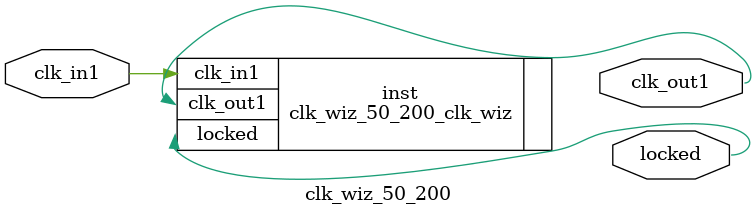
<source format=v>


`timescale 1ps/1ps

(* CORE_GENERATION_INFO = "clk_wiz_50_200,clk_wiz_v6_0_3_0_0,{component_name=clk_wiz_50_200,use_phase_alignment=true,use_min_o_jitter=false,use_max_i_jitter=false,use_dyn_phase_shift=false,use_inclk_switchover=false,use_dyn_reconfig=false,enable_axi=0,feedback_source=FDBK_AUTO,PRIMITIVE=MMCM,num_out_clk=1,clkin1_period=20.000,clkin2_period=10.0,use_power_down=false,use_reset=false,use_locked=true,use_inclk_stopped=false,feedback_type=SINGLE,CLOCK_MGR_TYPE=NA,manual_override=false}" *)

module clk_wiz_50_200 
 (
  // Clock out ports
  output        clk_out1,
  // Status and control signals
  output        locked,
 // Clock in ports
  input         clk_in1
 );

  clk_wiz_50_200_clk_wiz inst
  (
  // Clock out ports  
  .clk_out1(clk_out1),
  // Status and control signals               
  .locked(locked),
 // Clock in ports
  .clk_in1(clk_in1)
  );

endmodule

</source>
